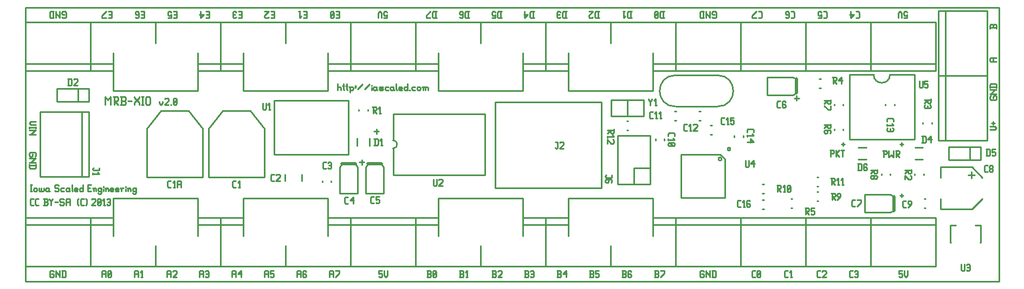
<source format=gbr>
G04 start of page 7 for group -4079 idx -4079 *
G04 Title: (unknown), topsilk *
G04 Creator: pcb 20110918 *
G04 CreationDate: Mon 26 Aug 2013 12:29:17 AM GMT UTC *
G04 For: ndholmes *
G04 Format: Gerber/RS-274X *
G04 PCB-Dimensions: 600000 170000 *
G04 PCB-Coordinate-Origin: lower left *
%MOIN*%
%FSLAX25Y25*%
%LNTOPSILK*%
%ADD96C,0.0200*%
%ADD95C,0.0100*%
G54D95*X599500Y500D02*Y169500D01*
X475000Y115000D02*Y112000D01*
X500Y169500D02*Y500D01*
X216500Y94500D02*Y91500D01*
X215000Y93000D02*X218000D01*
X207500Y75500D02*Y72500D01*
X206000Y74000D02*X209000D01*
X473500Y113500D02*X476500D01*
X599500Y500D02*X500D01*
Y169500D02*X599500D01*
X432500Y83000D02*Y81500D01*
X434000D01*
Y83000D01*
X432500D01*
X218000Y7000D02*X220000D01*
X218000D02*Y5000D01*
X218500Y5500D01*
X219500D01*
X220000Y5000D01*
Y3500D01*
X219500Y3000D02*X220000Y3500D01*
X218500Y3000D02*X219500D01*
X218000Y3500D02*X218500Y3000D01*
X221200Y7000D02*Y4000D01*
X222200Y3000D01*
X223200Y4000D01*
Y7000D02*Y4000D01*
X247500Y3000D02*X249500D01*
X250000Y3500D01*
Y4500D02*Y3500D01*
X249500Y5000D02*X250000Y4500D01*
X248000Y5000D02*X249500D01*
X248000Y7000D02*Y3000D01*
X247500Y7000D02*X249500D01*
X250000Y6500D01*
Y5500D01*
X249500Y5000D02*X250000Y5500D01*
X251200Y3500D02*X251700Y3000D01*
X251200Y6500D02*Y3500D01*
Y6500D02*X251700Y7000D01*
X252700D01*
X253200Y6500D01*
Y3500D01*
X252700Y3000D02*X253200Y3500D01*
X251700Y3000D02*X252700D01*
X251200Y4000D02*X253200Y6000D01*
X267500Y3000D02*X269500D01*
X270000Y3500D01*
Y4500D02*Y3500D01*
X269500Y5000D02*X270000Y4500D01*
X268000Y5000D02*X269500D01*
X268000Y7000D02*Y3000D01*
X267500Y7000D02*X269500D01*
X270000Y6500D01*
Y5500D01*
X269500Y5000D02*X270000Y5500D01*
X271700Y3000D02*X272700D01*
X272200Y7000D02*Y3000D01*
X271200Y6000D02*X272200Y7000D01*
X287500Y3000D02*X289500D01*
X290000Y3500D01*
Y4500D02*Y3500D01*
X289500Y5000D02*X290000Y4500D01*
X288000Y5000D02*X289500D01*
X288000Y7000D02*Y3000D01*
X287500Y7000D02*X289500D01*
X290000Y6500D01*
Y5500D01*
X289500Y5000D02*X290000Y5500D01*
X291200Y6500D02*X291700Y7000D01*
X293200D01*
X293700Y6500D01*
Y5500D01*
X291200Y3000D02*X293700Y5500D01*
X291200Y3000D02*X293700D01*
X307500D02*X309500D01*
X310000Y3500D01*
Y4500D02*Y3500D01*
X309500Y5000D02*X310000Y4500D01*
X308000Y5000D02*X309500D01*
X308000Y7000D02*Y3000D01*
X307500Y7000D02*X309500D01*
X310000Y6500D01*
Y5500D01*
X309500Y5000D02*X310000Y5500D01*
X311200Y6500D02*X311700Y7000D01*
X312700D01*
X313200Y6500D01*
Y3500D01*
X312700Y3000D02*X313200Y3500D01*
X311700Y3000D02*X312700D01*
X311200Y3500D02*X311700Y3000D01*
Y5000D02*X313200D01*
X367500Y3000D02*X369500D01*
X370000Y3500D01*
Y4500D02*Y3500D01*
X369500Y5000D02*X370000Y4500D01*
X368000Y5000D02*X369500D01*
X368000Y7000D02*Y3000D01*
X367500Y7000D02*X369500D01*
X370000Y6500D01*
Y5500D01*
X369500Y5000D02*X370000Y5500D01*
X372700Y7000D02*X373200Y6500D01*
X371700Y7000D02*X372700D01*
X371200Y6500D02*X371700Y7000D01*
X371200Y6500D02*Y3500D01*
X371700Y3000D01*
X372700Y5000D02*X373200Y4500D01*
X371200Y5000D02*X372700D01*
X371700Y3000D02*X372700D01*
X373200Y3500D01*
Y4500D02*Y3500D01*
X387500Y3000D02*X389500D01*
X390000Y3500D01*
Y4500D02*Y3500D01*
X389500Y5000D02*X390000Y4500D01*
X388000Y5000D02*X389500D01*
X388000Y7000D02*Y3000D01*
X387500Y7000D02*X389500D01*
X390000Y6500D01*
Y5500D01*
X389500Y5000D02*X390000Y5500D01*
X391200Y3000D02*X393700Y5500D01*
Y7000D02*Y5500D01*
X391200Y7000D02*X393700D01*
X327500Y3000D02*X329500D01*
X330000Y3500D01*
Y4500D02*Y3500D01*
X329500Y5000D02*X330000Y4500D01*
X328000Y5000D02*X329500D01*
X328000Y7000D02*Y3000D01*
X327500Y7000D02*X329500D01*
X330000Y6500D01*
Y5500D01*
X329500Y5000D02*X330000Y5500D01*
X331200Y5000D02*X333200Y7000D01*
X331200Y5000D02*X333700D01*
X333200Y7000D02*Y3000D01*
X347500D02*X349500D01*
X350000Y3500D01*
Y4500D02*Y3500D01*
X349500Y5000D02*X350000Y4500D01*
X348000Y5000D02*X349500D01*
X348000Y7000D02*Y3000D01*
X347500Y7000D02*X349500D01*
X350000Y6500D01*
Y5500D01*
X349500Y5000D02*X350000Y5500D01*
X351200Y7000D02*X353200D01*
X351200D02*Y5000D01*
X351700Y5500D01*
X352700D01*
X353200Y5000D01*
Y3500D01*
X352700Y3000D02*X353200Y3500D01*
X351700Y3000D02*X352700D01*
X351200Y3500D02*X351700Y3000D01*
X417500Y7000D02*X418000Y6500D01*
X416000Y7000D02*X417500D01*
X415500Y6500D02*X416000Y7000D01*
X415500Y6500D02*Y3500D01*
X416000Y3000D01*
X417500D01*
X418000Y3500D01*
Y4500D02*Y3500D01*
X417500Y5000D02*X418000Y4500D01*
X416500Y5000D02*X417500D01*
X419200Y7000D02*Y3000D01*
Y7000D02*Y6500D01*
X421700Y4000D01*
Y7000D02*Y3000D01*
X423400Y7000D02*Y3000D01*
X424900Y7000D02*X425400Y6500D01*
Y3500D01*
X424900Y3000D02*X425400Y3500D01*
X422900Y3000D02*X424900D01*
X422900Y7000D02*X424900D01*
X488000Y3000D02*X489500D01*
X487500Y3500D02*X488000Y3000D01*
X487500Y6500D02*Y3500D01*
Y6500D02*X488000Y7000D01*
X489500D01*
X490700Y6500D02*X491200Y7000D01*
X492700D01*
X493200Y6500D01*
Y5500D01*
X490700Y3000D02*X493200Y5500D01*
X490700Y3000D02*X493200D01*
X508000D02*X509500D01*
X507500Y3500D02*X508000Y3000D01*
X507500Y6500D02*Y3500D01*
Y6500D02*X508000Y7000D01*
X509500D01*
X510700Y6500D02*X511200Y7000D01*
X512200D01*
X512700Y6500D01*
Y3500D01*
X512200Y3000D02*X512700Y3500D01*
X511200Y3000D02*X512200D01*
X510700Y3500D02*X511200Y3000D01*
Y5000D02*X512700D01*
X538000Y7000D02*X540000D01*
X538000D02*Y5000D01*
X538500Y5500D01*
X539500D01*
X540000Y5000D01*
Y3500D01*
X539500Y3000D02*X540000Y3500D01*
X538500Y3000D02*X539500D01*
X538000Y3500D02*X538500Y3000D01*
X541200Y7000D02*Y4000D01*
X542200Y3000D01*
X543200Y4000D01*
Y7000D02*Y4000D01*
X448000Y3000D02*X449500D01*
X447500Y3500D02*X448000Y3000D01*
X447500Y6500D02*Y3500D01*
Y6500D02*X448000Y7000D01*
X449500D01*
X450700Y3500D02*X451200Y3000D01*
X450700Y6500D02*Y3500D01*
Y6500D02*X451200Y7000D01*
X452200D01*
X452700Y6500D01*
Y3500D01*
X452200Y3000D02*X452700Y3500D01*
X451200Y3000D02*X452200D01*
X450700Y4000D02*X452700Y6000D01*
X468000Y3000D02*X469500D01*
X467500Y3500D02*X468000Y3000D01*
X467500Y6500D02*Y3500D01*
Y6500D02*X468000Y7000D01*
X469500D01*
X471200Y3000D02*X472200D01*
X471700Y7000D02*Y3000D01*
X470700Y6000D02*X471700Y7000D01*
X107500Y6500D02*Y3000D01*
Y6500D02*X108000Y7000D01*
X109500D01*
X110000Y6500D01*
Y3000D01*
X107500Y5000D02*X110000D01*
X111200Y6500D02*X111700Y7000D01*
X112700D01*
X113200Y6500D01*
Y3500D01*
X112700Y3000D02*X113200Y3500D01*
X111700Y3000D02*X112700D01*
X111200Y3500D02*X111700Y3000D01*
Y5000D02*X113200D01*
X167500Y6500D02*Y3000D01*
Y6500D02*X168000Y7000D01*
X169500D01*
X170000Y6500D01*
Y3000D01*
X167500Y5000D02*X170000D01*
X172700Y7000D02*X173200Y6500D01*
X171700Y7000D02*X172700D01*
X171200Y6500D02*X171700Y7000D01*
X171200Y6500D02*Y3500D01*
X171700Y3000D01*
X172700Y5000D02*X173200Y4500D01*
X171200Y5000D02*X172700D01*
X171700Y3000D02*X172700D01*
X173200Y3500D01*
Y4500D02*Y3500D01*
X187500Y6500D02*Y3000D01*
Y6500D02*X188000Y7000D01*
X189500D01*
X190000Y6500D01*
Y3000D01*
X187500Y5000D02*X190000D01*
X191200Y3000D02*X193700Y5500D01*
Y7000D02*Y5500D01*
X191200Y7000D02*X193700D01*
X127500Y6500D02*Y3000D01*
Y6500D02*X128000Y7000D01*
X129500D01*
X130000Y6500D01*
Y3000D01*
X127500Y5000D02*X130000D01*
X131200D02*X133200Y7000D01*
X131200Y5000D02*X133700D01*
X133200Y7000D02*Y3000D01*
X147500Y6500D02*Y3000D01*
Y6500D02*X148000Y7000D01*
X149500D01*
X150000Y6500D01*
Y3000D01*
X147500Y5000D02*X150000D01*
X151200Y7000D02*X153200D01*
X151200D02*Y5000D01*
X151700Y5500D01*
X152700D01*
X153200Y5000D01*
Y3500D01*
X152700Y3000D02*X153200Y3500D01*
X151700Y3000D02*X152700D01*
X151200Y3500D02*X151700Y3000D01*
X87500Y6500D02*Y3000D01*
Y6500D02*X88000Y7000D01*
X89500D01*
X90000Y6500D01*
Y3000D01*
X87500Y5000D02*X90000D01*
X91200Y6500D02*X91700Y7000D01*
X93200D01*
X93700Y6500D01*
Y5500D01*
X91200Y3000D02*X93700Y5500D01*
X91200Y3000D02*X93700D01*
X47500Y6500D02*Y3000D01*
Y6500D02*X48000Y7000D01*
X49500D01*
X50000Y6500D01*
Y3000D01*
X47500Y5000D02*X50000D01*
X51200Y3500D02*X51700Y3000D01*
X51200Y6500D02*Y3500D01*
Y6500D02*X51700Y7000D01*
X52700D01*
X53200Y6500D01*
Y3500D01*
X52700Y3000D02*X53200Y3500D01*
X51700Y3000D02*X52700D01*
X51200Y4000D02*X53200Y6000D01*
X67500Y6500D02*Y3000D01*
Y6500D02*X68000Y7000D01*
X69500D01*
X70000Y6500D01*
Y3000D01*
X67500Y5000D02*X70000D01*
X71700Y3000D02*X72700D01*
X72200Y7000D02*Y3000D01*
X71200Y6000D02*X72200Y7000D01*
X17500D02*X18000Y6500D01*
X16000Y7000D02*X17500D01*
X15500Y6500D02*X16000Y7000D01*
X15500Y6500D02*Y3500D01*
X16000Y3000D01*
X17500D01*
X18000Y3500D01*
Y4500D02*Y3500D01*
X17500Y5000D02*X18000Y4500D01*
X16500Y5000D02*X17500D01*
X19200Y7000D02*Y3000D01*
Y7000D02*Y6500D01*
X21700Y4000D01*
Y7000D02*Y3000D01*
X23400Y7000D02*Y3000D01*
X24900Y7000D02*X25400Y6500D01*
Y3500D01*
X24900Y3000D02*X25400Y3500D01*
X22900Y3000D02*X24900D01*
X22900Y7000D02*X24900D01*
X353000Y167000D02*Y163000D01*
X351500D02*X351000Y163500D01*
Y166500D02*Y163500D01*
X351500Y167000D02*X351000Y166500D01*
X351500Y167000D02*X353500D01*
X351500Y163000D02*X353500D01*
X349800Y163500D02*X349300Y163000D01*
X347800D02*X349300D01*
X347800D02*X347300Y163500D01*
Y164500D02*Y163500D01*
X349800Y167000D02*X347300Y164500D01*
Y167000D02*X349800D01*
X393000D02*Y163000D01*
X391500D02*X391000Y163500D01*
Y166500D02*Y163500D01*
X391500Y167000D02*X391000Y166500D01*
X391500Y167000D02*X393500D01*
X391500Y163000D02*X393500D01*
X389800Y166500D02*X389300Y167000D01*
X389800Y166500D02*Y163500D01*
X389300Y163000D01*
X388300D02*X389300D01*
X388300D02*X387800Y163500D01*
Y166500D02*Y163500D01*
X388300Y167000D02*X387800Y166500D01*
X388300Y167000D02*X389300D01*
X389800Y166000D02*X387800Y164000D01*
X373000Y167000D02*Y163000D01*
X371500D02*X371000Y163500D01*
Y166500D02*Y163500D01*
X371500Y167000D02*X371000Y166500D01*
X371500Y167000D02*X373500D01*
X371500Y163000D02*X373500D01*
X368300Y167000D02*X369300D01*
X368800D02*Y163000D01*
X369800Y164000D02*X368800Y163000D01*
X333000Y167000D02*Y163000D01*
X331500D02*X331000Y163500D01*
Y166500D02*Y163500D01*
X331500Y167000D02*X331000Y166500D01*
X331500Y167000D02*X333500D01*
X331500Y163000D02*X333500D01*
X329800Y163500D02*X329300Y163000D01*
X328300D02*X329300D01*
X328300D02*X327800Y163500D01*
Y166500D02*Y163500D01*
X328300Y167000D02*X327800Y166500D01*
X328300Y167000D02*X329300D01*
X329800Y166500D02*X329300Y167000D01*
X327800Y165000D02*X329300D01*
X273000Y167000D02*Y163000D01*
X271500D02*X271000Y163500D01*
Y166500D02*Y163500D01*
X271500Y167000D02*X271000Y166500D01*
X271500Y167000D02*X273500D01*
X271500Y163000D02*X273500D01*
X268300D02*X267800Y163500D01*
X268300Y163000D02*X269300D01*
X269800Y163500D02*X269300Y163000D01*
X269800Y166500D02*Y163500D01*
Y166500D02*X269300Y167000D01*
X268300Y165000D02*X267800Y165500D01*
X268300Y165000D02*X269800D01*
X268300Y167000D02*X269300D01*
X268300D02*X267800Y166500D01*
Y165500D01*
X253000Y167000D02*Y163000D01*
X251500D02*X251000Y163500D01*
Y166500D02*Y163500D01*
X251500Y167000D02*X251000Y166500D01*
X251500Y167000D02*X253500D01*
X251500Y163000D02*X253500D01*
X249800Y167000D02*X247300Y164500D01*
Y163000D01*
X249800D01*
X313000Y167000D02*Y163000D01*
X311500D02*X311000Y163500D01*
Y166500D02*Y163500D01*
X311500Y167000D02*X311000Y166500D01*
X311500Y167000D02*X313500D01*
X311500Y163000D02*X313500D01*
X309800Y165000D02*X307800Y163000D01*
X307300Y165000D02*X309800D01*
X307800Y167000D02*Y163000D01*
X293000Y167000D02*Y163000D01*
X291500D02*X291000Y163500D01*
Y166500D02*Y163500D01*
X291500Y167000D02*X291000Y166500D01*
X291500Y167000D02*X293500D01*
X291500Y163000D02*X293500D01*
X287800D02*X289800D01*
Y165000D02*Y163000D01*
Y165000D02*X289300Y164500D01*
X288300D02*X289300D01*
X288300D02*X287800Y165000D01*
Y166500D02*Y165000D01*
X288300Y167000D02*X287800Y166500D01*
X288300Y167000D02*X289300D01*
X289800Y166500D02*X289300Y167000D01*
X152000Y165000D02*X153500D01*
X151500Y167000D02*X153500D01*
Y163000D01*
X151500D02*X153500D01*
X150300Y163500D02*X149800Y163000D01*
X148300D02*X149800D01*
X148300D02*X147800Y163500D01*
Y164500D02*Y163500D01*
X150300Y167000D02*X147800Y164500D01*
Y167000D02*X150300D01*
X192000Y165000D02*X193500D01*
X191500Y167000D02*X193500D01*
Y163000D01*
X191500D02*X193500D01*
X190300Y166500D02*X189800Y167000D01*
X190300Y166500D02*Y163500D01*
X189800Y163000D01*
X188800D02*X189800D01*
X188800D02*X188300Y163500D01*
Y166500D02*Y163500D01*
X188800Y167000D02*X188300Y166500D01*
X188800Y167000D02*X189800D01*
X190300Y166000D02*X188300Y164000D01*
X172000Y165000D02*X173500D01*
X171500Y167000D02*X173500D01*
Y163000D01*
X171500D02*X173500D01*
X168800Y167000D02*X169800D01*
X169300D02*Y163000D01*
X170300Y164000D02*X169300Y163000D01*
X221000D02*X223000D01*
Y165000D02*Y163000D01*
Y165000D02*X222500Y164500D01*
X221500D02*X222500D01*
X221500D02*X221000Y165000D01*
Y166500D02*Y165000D01*
X221500Y167000D02*X221000Y166500D01*
X221500Y167000D02*X222500D01*
X223000Y166500D02*X222500Y167000D01*
X219800Y166000D02*Y163000D01*
Y166000D02*X218800Y167000D01*
X217800Y166000D01*
Y163000D01*
X192500Y122500D02*Y118500D01*
Y120000D02*X193000Y120500D01*
X194000D01*
X194500Y120000D01*
Y118500D01*
X196200Y122500D02*Y119000D01*
X196700Y118500D01*
X195700Y121000D02*X196700D01*
X198200Y122500D02*Y119000D01*
X198700Y118500D01*
X197700Y121000D02*X198700D01*
X200200Y120000D02*Y117000D01*
X199700Y120500D02*X200200Y120000D01*
X200700Y120500D01*
X201700D01*
X202200Y120000D01*
Y119000D01*
X201700Y118500D02*X202200Y119000D01*
X200700Y118500D02*X201700D01*
X200200Y119000D02*X200700Y118500D01*
X203400Y121000D02*X203900D01*
X203400Y120000D02*X203900D01*
X205100Y119000D02*X208100Y122000D01*
X209300Y119000D02*X212300Y122000D01*
X213500Y121500D02*Y121000D01*
Y120000D02*Y118500D01*
X216000Y120500D02*X216500Y120000D01*
X215000Y120500D02*X216000D01*
X214500Y120000D02*X215000Y120500D01*
X214500Y120000D02*Y119000D01*
X215000Y118500D01*
X216500Y120500D02*Y119000D01*
X217000Y118500D01*
X215000D02*X216000D01*
X216500Y119000D01*
X218700Y118500D02*X220200D01*
X220700Y119000D01*
X220200Y119500D02*X220700Y119000D01*
X218700Y119500D02*X220200D01*
X218200Y120000D02*X218700Y119500D01*
X218200Y120000D02*X218700Y120500D01*
X220200D01*
X220700Y120000D01*
X218200Y119000D02*X218700Y118500D01*
X222400Y120500D02*X223900D01*
X221900Y120000D02*X222400Y120500D01*
X221900Y120000D02*Y119000D01*
X222400Y118500D01*
X223900D01*
X226600Y120500D02*X227100Y120000D01*
X225600Y120500D02*X226600D01*
X225100Y120000D02*X225600Y120500D01*
X225100Y120000D02*Y119000D01*
X225600Y118500D01*
X227100Y120500D02*Y119000D01*
X227600Y118500D01*
X225600D02*X226600D01*
X227100Y119000D01*
X228800Y122500D02*Y119000D01*
X229300Y118500D01*
X230800D02*X232300D01*
X230300Y119000D02*X230800Y118500D01*
X230300Y120000D02*Y119000D01*
Y120000D02*X230800Y120500D01*
X231800D01*
X232300Y120000D01*
X230300Y119500D02*X232300D01*
Y120000D02*Y119500D01*
X235500Y122500D02*Y118500D01*
X235000D02*X235500Y119000D01*
X234000Y118500D02*X235000D01*
X233500Y119000D02*X234000Y118500D01*
X233500Y120000D02*Y119000D01*
Y120000D02*X234000Y120500D01*
X235000D01*
X235500Y120000D01*
X236700Y118500D02*X237200D01*
X238900Y120500D02*X240400D01*
X238400Y120000D02*X238900Y120500D01*
X238400Y120000D02*Y119000D01*
X238900Y118500D01*
X240400D01*
X241600Y120000D02*Y119000D01*
Y120000D02*X242100Y120500D01*
X243100D01*
X243600Y120000D01*
Y119000D01*
X243100Y118500D02*X243600Y119000D01*
X242100Y118500D02*X243100D01*
X241600Y119000D02*X242100Y118500D01*
X245300Y120000D02*Y118500D01*
Y120000D02*X245800Y120500D01*
X246300D01*
X246800Y120000D01*
Y118500D01*
Y120000D02*X247300Y120500D01*
X247800D01*
X248300Y120000D01*
Y118500D01*
X244800Y120500D02*X245300Y120000D01*
X132000Y165000D02*X133500D01*
X131500Y167000D02*X133500D01*
Y163000D01*
X131500D02*X133500D01*
X130300Y163500D02*X129800Y163000D01*
X128800D02*X129800D01*
X128800D02*X128300Y163500D01*
Y166500D02*Y163500D01*
X128800Y167000D02*X128300Y166500D01*
X128800Y167000D02*X129800D01*
X130300Y166500D02*X129800Y167000D01*
X128300Y165000D02*X129800D01*
X112000D02*X113500D01*
X111500Y167000D02*X113500D01*
Y163000D01*
X111500D02*X113500D01*
X110300Y165000D02*X108300Y163000D01*
X107800Y165000D02*X110300D01*
X108300Y167000D02*Y163000D01*
X92000Y165000D02*X93500D01*
X91500Y167000D02*X93500D01*
Y163000D01*
X91500D02*X93500D01*
X88300D02*X90300D01*
Y165000D02*Y163000D01*
Y165000D02*X89800Y164500D01*
X88800D02*X89800D01*
X88800D02*X88300Y165000D01*
Y166500D02*Y165000D01*
X88800Y167000D02*X88300Y166500D01*
X88800Y167000D02*X89800D01*
X90300Y166500D02*X89800Y167000D01*
X72000Y165000D02*X73500D01*
X71500Y167000D02*X73500D01*
Y163000D01*
X71500D02*X73500D01*
X68800D02*X68300Y163500D01*
X68800Y163000D02*X69800D01*
X70300Y163500D02*X69800Y163000D01*
X70300Y166500D02*Y163500D01*
Y166500D02*X69800Y167000D01*
X68800Y165000D02*X68300Y165500D01*
X68800Y165000D02*X70300D01*
X68800Y167000D02*X69800D01*
X68800D02*X68300Y166500D01*
Y165500D01*
X52000Y165000D02*X53500D01*
X51500Y167000D02*X53500D01*
Y163000D01*
X51500D02*X53500D01*
X50300Y167000D02*X47800Y164500D01*
Y163000D01*
X50300D01*
X23500D02*X23000Y163500D01*
X23500Y163000D02*X25000D01*
X25500Y163500D02*X25000Y163000D01*
X25500Y166500D02*Y163500D01*
Y166500D02*X25000Y167000D01*
X23500D02*X25000D01*
X23500D02*X23000Y166500D01*
Y165500D01*
X23500Y165000D02*X23000Y165500D01*
X23500Y165000D02*X24500D01*
X21800Y167000D02*Y163000D01*
Y163500D02*Y163000D01*
Y163500D02*X19300Y166000D01*
Y167000D02*Y163000D01*
X17600Y167000D02*Y163000D01*
X16100D02*X15600Y163500D01*
Y166500D02*Y163500D01*
X16100Y167000D02*X15600Y166500D01*
X16100Y167000D02*X18100D01*
X16100Y163000D02*X18100D01*
X49500Y114280D02*Y109400D01*
Y114280D02*X51330Y112450D01*
X53160Y114280D01*
Y109400D01*
X54624Y114280D02*X57064D01*
X57674Y113670D01*
Y112450D01*
X57064Y111840D02*X57674Y112450D01*
X55234Y111840D02*X57064D01*
X55234Y114280D02*Y109400D01*
Y111840D02*X57674Y109400D01*
X59138D02*X61578D01*
X62188Y110010D01*
Y111230D02*Y110010D01*
X61578Y111840D02*X62188Y111230D01*
X59748Y111840D02*X61578D01*
X59748Y114280D02*Y109400D01*
X59138Y114280D02*X61578D01*
X62188Y113670D01*
Y112450D01*
X61578Y111840D02*X62188Y112450D01*
X63652Y111840D02*X66092D01*
X67556Y114280D02*Y113670D01*
X70606Y110620D01*
Y109400D01*
X67556Y110620D02*Y109400D01*
Y110620D02*X70606Y113670D01*
Y114280D02*Y113670D01*
X72070Y114280D02*X73290D01*
X72680D02*Y109400D01*
X72070D02*X73290D01*
X74754Y113670D02*Y110010D01*
Y113670D02*X75364Y114280D01*
X76584D01*
X77194Y113670D01*
Y110010D01*
X76584Y109400D02*X77194Y110010D01*
X75364Y109400D02*X76584D01*
X74754Y110010D02*X75364Y109400D01*
X83000Y111500D02*Y110500D01*
X84000Y109500D01*
X85000Y110500D01*
Y111500D02*Y110500D01*
X86200Y113000D02*X86700Y113500D01*
X88200D01*
X88700Y113000D01*
Y112000D01*
X86200Y109500D02*X88700Y112000D01*
X86200Y109500D02*X88700D01*
X89900D02*X90400D01*
X91600Y110000D02*X92100Y109500D01*
X91600Y113000D02*Y110000D01*
Y113000D02*X92100Y113500D01*
X93100D01*
X93600Y113000D01*
Y110000D01*
X93100Y109500D02*X93600Y110000D01*
X92100Y109500D02*X93100D01*
X91600Y110500D02*X93600Y112500D01*
X7000Y78000D02*X6500Y77500D01*
X7000Y79500D02*Y78000D01*
X6500Y80000D02*X7000Y79500D01*
X3500Y80000D02*X6500D01*
X3500D02*X3000Y79500D01*
Y78000D01*
X3500Y77500D01*
X4500D01*
X5000Y78000D02*X4500Y77500D01*
X5000Y79000D02*Y78000D01*
X3000Y76300D02*X7000D01*
X6500D02*X7000D01*
X6500D02*X4000Y73800D01*
X3000D02*X7000D01*
X3000Y72100D02*X7000D01*
Y70600D02*X6500Y70100D01*
X3500D02*X6500D01*
X3000Y70600D02*X3500Y70100D01*
X3000Y72600D02*Y70600D01*
X7000Y72600D02*Y70600D01*
X4000Y99000D02*X7000D01*
X4000D02*X3000Y98000D01*
X4000Y97000D01*
X7000D01*
Y95800D02*Y94800D01*
X3000Y95300D02*X7000D01*
X3000Y95800D02*Y94800D01*
Y93600D02*X7000D01*
X6500D02*X7000D01*
X6500D02*X4000Y91100D01*
X3000D02*X7000D01*
X3500Y60000D02*X4500D01*
X4000D02*Y56000D01*
X3500D02*X4500D01*
X5700Y57500D02*Y56500D01*
Y57500D02*X6200Y58000D01*
X7200D01*
X7700Y57500D01*
Y56500D01*
X7200Y56000D02*X7700Y56500D01*
X6200Y56000D02*X7200D01*
X5700Y56500D02*X6200Y56000D01*
X8900Y58000D02*Y56500D01*
X9400Y56000D01*
X9900D01*
X10400Y56500D01*
Y58000D02*Y56500D01*
X10900Y56000D01*
X11400D01*
X11900Y56500D01*
Y58000D02*Y56500D01*
X14600Y58000D02*X15100Y57500D01*
X13600Y58000D02*X14600D01*
X13100Y57500D02*X13600Y58000D01*
X13100Y57500D02*Y56500D01*
X13600Y56000D01*
X15100Y58000D02*Y56500D01*
X15600Y56000D01*
X13600D02*X14600D01*
X15100Y56500D01*
X20600Y60000D02*X21100Y59500D01*
X19100Y60000D02*X20600D01*
X18600Y59500D02*X19100Y60000D01*
X18600Y59500D02*Y58500D01*
X19100Y58000D01*
X20600D01*
X21100Y57500D01*
Y56500D01*
X20600Y56000D02*X21100Y56500D01*
X19100Y56000D02*X20600D01*
X18600Y56500D02*X19100Y56000D01*
X22800Y58000D02*X24300D01*
X22300Y57500D02*X22800Y58000D01*
X22300Y57500D02*Y56500D01*
X22800Y56000D01*
X24300D01*
X27000Y58000D02*X27500Y57500D01*
X26000Y58000D02*X27000D01*
X25500Y57500D02*X26000Y58000D01*
X25500Y57500D02*Y56500D01*
X26000Y56000D01*
X27500Y58000D02*Y56500D01*
X28000Y56000D01*
X26000D02*X27000D01*
X27500Y56500D01*
X29200Y60000D02*Y56500D01*
X29700Y56000D01*
X31200D02*X32700D01*
X30700Y56500D02*X31200Y56000D01*
X30700Y57500D02*Y56500D01*
Y57500D02*X31200Y58000D01*
X32200D01*
X32700Y57500D01*
X30700Y57000D02*X32700D01*
Y57500D02*Y57000D01*
X35900Y60000D02*Y56000D01*
X35400D02*X35900Y56500D01*
X34400Y56000D02*X35400D01*
X33900Y56500D02*X34400Y56000D01*
X33900Y57500D02*Y56500D01*
Y57500D02*X34400Y58000D01*
X35400D01*
X35900Y57500D01*
X38900Y58000D02*X40400D01*
X38900Y56000D02*X40900D01*
X38900Y60000D02*Y56000D01*
Y60000D02*X40900D01*
X42600Y57500D02*Y56000D01*
Y57500D02*X43100Y58000D01*
X43600D01*
X44100Y57500D01*
Y56000D01*
X42100Y58000D02*X42600Y57500D01*
X46800Y58000D02*X47300Y57500D01*
X45800Y58000D02*X46800D01*
X45300Y57500D02*X45800Y58000D01*
X45300Y57500D02*Y56500D01*
X45800Y56000D01*
X46800D01*
X47300Y56500D01*
X45300Y55000D02*X45800Y54500D01*
X46800D01*
X47300Y55000D01*
Y58000D02*Y55000D01*
X48500Y59000D02*Y58500D01*
Y57500D02*Y56000D01*
X50000Y57500D02*Y56000D01*
Y57500D02*X50500Y58000D01*
X51000D01*
X51500Y57500D01*
Y56000D01*
X49500Y58000D02*X50000Y57500D01*
X53200Y56000D02*X54700D01*
X52700Y56500D02*X53200Y56000D01*
X52700Y57500D02*Y56500D01*
Y57500D02*X53200Y58000D01*
X54200D01*
X54700Y57500D01*
X52700Y57000D02*X54700D01*
Y57500D02*Y57000D01*
X56400Y56000D02*X57900D01*
X55900Y56500D02*X56400Y56000D01*
X55900Y57500D02*Y56500D01*
Y57500D02*X56400Y58000D01*
X57400D01*
X57900Y57500D01*
X55900Y57000D02*X57900D01*
Y57500D02*Y57000D01*
X59600Y57500D02*Y56000D01*
Y57500D02*X60100Y58000D01*
X61100D01*
X59100D02*X59600Y57500D01*
X62300Y59000D02*Y58500D01*
Y57500D02*Y56000D01*
X63800Y57500D02*Y56000D01*
Y57500D02*X64300Y58000D01*
X64800D01*
X65300Y57500D01*
Y56000D01*
X63300Y58000D02*X63800Y57500D01*
X68000Y58000D02*X68500Y57500D01*
X67000Y58000D02*X68000D01*
X66500Y57500D02*X67000Y58000D01*
X66500Y57500D02*Y56500D01*
X67000Y56000D01*
X68000D01*
X68500Y56500D01*
X66500Y55000D02*X67000Y54500D01*
X68000D01*
X68500Y55000D01*
Y58000D02*Y55000D01*
X4000Y47500D02*X5500D01*
X3500Y48000D02*X4000Y47500D01*
X3500Y51000D02*Y48000D01*
Y51000D02*X4000Y51500D01*
X5500D01*
X7200Y47500D02*X8700D01*
X6700Y48000D02*X7200Y47500D01*
X6700Y51000D02*Y48000D01*
Y51000D02*X7200Y51500D01*
X8700D01*
X11700Y47500D02*X13700D01*
X14200Y48000D01*
Y49000D02*Y48000D01*
X13700Y49500D02*X14200Y49000D01*
X12200Y49500D02*X13700D01*
X12200Y51500D02*Y47500D01*
X11700Y51500D02*X13700D01*
X14200Y51000D01*
Y50000D01*
X13700Y49500D02*X14200Y50000D01*
X15400Y51500D02*Y51000D01*
X16400Y50000D01*
X17400Y51000D01*
Y51500D02*Y51000D01*
X16400Y50000D02*Y47500D01*
X18600Y49500D02*X20600D01*
X23800Y51500D02*X24300Y51000D01*
X22300Y51500D02*X23800D01*
X21800Y51000D02*X22300Y51500D01*
X21800Y51000D02*Y50000D01*
X22300Y49500D01*
X23800D01*
X24300Y49000D01*
Y48000D01*
X23800Y47500D02*X24300Y48000D01*
X22300Y47500D02*X23800D01*
X21800Y48000D02*X22300Y47500D01*
X25500Y51000D02*Y47500D01*
Y51000D02*X26000Y51500D01*
X27500D01*
X28000Y51000D01*
Y47500D01*
X25500Y49500D02*X28000D01*
X32800Y48000D02*X33300Y47500D01*
X32800Y51000D02*X33300Y51500D01*
X32800Y51000D02*Y48000D01*
X35000Y47500D02*X36500D01*
X34500Y48000D02*X35000Y47500D01*
X34500Y51000D02*Y48000D01*
Y51000D02*X35000Y51500D01*
X36500D01*
X37700D02*X38200Y51000D01*
Y48000D01*
X37700Y47500D02*X38200Y48000D01*
X41200Y51000D02*X41700Y51500D01*
X43200D01*
X43700Y51000D01*
Y50000D01*
X41200Y47500D02*X43700Y50000D01*
X41200Y47500D02*X43700D01*
X44900Y48000D02*X45400Y47500D01*
X44900Y51000D02*Y48000D01*
Y51000D02*X45400Y51500D01*
X46400D01*
X46900Y51000D01*
Y48000D01*
X46400Y47500D02*X46900Y48000D01*
X45400Y47500D02*X46400D01*
X44900Y48500D02*X46900Y50500D01*
X48600Y47500D02*X49600D01*
X49100Y51500D02*Y47500D01*
X48100Y50500D02*X49100Y51500D01*
X50800Y51000D02*X51300Y51500D01*
X52300D01*
X52800Y51000D01*
Y48000D01*
X52300Y47500D02*X52800Y48000D01*
X51300Y47500D02*X52300D01*
X50800Y48000D02*X51300Y47500D01*
Y49500D02*X52800D01*
X423500Y163000D02*X423000Y163500D01*
X423500Y163000D02*X425000D01*
X425500Y163500D02*X425000Y163000D01*
X425500Y166500D02*Y163500D01*
Y166500D02*X425000Y167000D01*
X423500D02*X425000D01*
X423500D02*X423000Y166500D01*
Y165500D01*
X423500Y165000D02*X423000Y165500D01*
X423500Y165000D02*X424500D01*
X421800Y167000D02*Y163000D01*
Y163500D02*Y163000D01*
Y163500D02*X419300Y166000D01*
Y167000D02*Y163000D01*
X417600Y167000D02*Y163000D01*
X416100D02*X415600Y163500D01*
Y166500D02*Y163500D01*
X416100Y167000D02*X415600Y166500D01*
X416100Y167000D02*X418100D01*
X416100Y163000D02*X418100D01*
X471500Y167000D02*X473000D01*
X473500Y166500D02*X473000Y167000D01*
X473500Y166500D02*Y163500D01*
X473000Y163000D01*
X471500D02*X473000D01*
X468800D02*X468300Y163500D01*
X468800Y163000D02*X469800D01*
X470300Y163500D02*X469800Y163000D01*
X470300Y166500D02*Y163500D01*
Y166500D02*X469800Y167000D01*
X468800Y165000D02*X468300Y165500D01*
X468800Y165000D02*X470300D01*
X468800Y167000D02*X469800D01*
X468800D02*X468300Y166500D01*
Y165500D01*
X451500Y167000D02*X453000D01*
X453500Y166500D02*X453000Y167000D01*
X453500Y166500D02*Y163500D01*
X453000Y163000D01*
X451500D02*X453000D01*
X450300Y167000D02*X447800Y164500D01*
Y163000D01*
X450300D01*
X511500Y167000D02*X513000D01*
X513500Y166500D02*X513000Y167000D01*
X513500Y166500D02*Y163500D01*
X513000Y163000D01*
X511500D02*X513000D01*
X510300Y165000D02*X508300Y163000D01*
X507800Y165000D02*X510300D01*
X508300Y167000D02*Y163000D01*
X491500Y167000D02*X493000D01*
X493500Y166500D02*X493000Y167000D01*
X493500Y166500D02*Y163500D01*
X493000Y163000D01*
X491500D02*X493000D01*
X488300D02*X490300D01*
Y165000D02*Y163000D01*
Y165000D02*X489800Y164500D01*
X488800D02*X489800D01*
X488800D02*X488300Y165000D01*
Y166500D02*Y165000D01*
X488800Y167000D02*X488300Y166500D01*
X488800Y167000D02*X489800D01*
X490300Y166500D02*X489800Y167000D01*
X541000Y163000D02*X543000D01*
Y165000D02*Y163000D01*
Y165000D02*X542500Y164500D01*
X541500D02*X542500D01*
X541500D02*X541000Y165000D01*
Y166500D02*Y165000D01*
X541500Y167000D02*X541000Y166500D01*
X541500Y167000D02*X542500D01*
X543000Y166500D02*X542500Y167000D01*
X539800Y166000D02*Y163000D01*
Y166000D02*X538800Y167000D01*
X537800Y166000D01*
Y163000D01*
X594000Y94000D02*X597000D01*
X598000Y95000D01*
X597000Y96000D01*
X594000D02*X597000D01*
X596000Y99200D02*Y97200D01*
X595000Y98200D02*X597000D01*
X594000Y114500D02*X594500Y115000D01*
X594000Y114500D02*Y113000D01*
X594500Y112500D02*X594000Y113000D01*
X594500Y112500D02*X597500D01*
X598000Y113000D01*
Y114500D02*Y113000D01*
Y114500D02*X597500Y115000D01*
X596500D02*X597500D01*
X596000Y114500D02*X596500Y115000D01*
X596000Y114500D02*Y113500D01*
X594000Y116200D02*X598000D01*
X594000D02*X594500D01*
X597000Y118700D01*
X594000D02*X598000D01*
X594000Y120400D02*X598000D01*
X594000Y121900D02*X594500Y122400D01*
X597500D01*
X598000Y121900D02*X597500Y122400D01*
X598000Y121900D02*Y119900D01*
X594000Y121900D02*Y119900D01*
X594500Y136000D02*X598000D01*
X594500D02*X594000Y136500D01*
Y138000D02*Y136500D01*
Y138000D02*X594500Y138500D01*
X598000D01*
X596000D02*Y136000D01*
X598000Y158500D02*Y156500D01*
Y158500D02*X597500Y159000D01*
X596500D02*X597500D01*
X596000Y158500D02*X596500Y159000D01*
X596000Y158500D02*Y157000D01*
X594000D02*X598000D01*
X594000Y158500D02*Y156500D01*
Y158500D02*X594500Y159000D01*
X595500D01*
X596000Y158500D02*X595500Y159000D01*
X538500Y85000D02*X540500D01*
X539500Y86000D02*Y84000D01*
X538500Y53500D02*X540500D01*
X539500Y54500D02*Y52500D01*
X528500Y81000D02*Y77000D01*
X528000Y81000D02*X530000D01*
X530500Y80500D01*
Y79500D01*
X530000Y79000D02*X530500Y79500D01*
X528500Y79000D02*X530000D01*
X531700Y81000D02*Y77000D01*
X533200Y78500D01*
X534700Y77000D01*
Y81000D02*Y77000D01*
X535900Y81000D02*X537900D01*
X538400Y80500D01*
Y79500D01*
X537900Y79000D02*X538400Y79500D01*
X536400Y79000D02*X537900D01*
X536400Y81000D02*Y77000D01*
Y79000D02*X538400Y77000D01*
X502500Y85000D02*X504500D01*
X503500Y86000D02*Y84000D01*
X496000Y81500D02*Y77500D01*
X495500Y81500D02*X497500D01*
X498000Y81000D01*
Y80000D01*
X497500Y79500D02*X498000Y80000D01*
X496000Y79500D02*X497500D01*
X499200Y81500D02*Y77500D01*
Y79500D02*X501200Y81500D01*
X499200Y79500D02*X501200Y77500D01*
X502400Y81500D02*X504400D01*
X503400D02*Y77500D01*
X280500Y9700D02*X320500D01*
X306500Y39700D02*X320500D01*
X306500Y35300D02*X320500D01*
X280500Y22500D02*Y9700D01*
X320500Y39700D02*Y9700D01*
X360500D01*
X320500Y39700D02*X334500D01*
X320500Y35300D02*X334500D01*
X320500Y39700D02*Y9700D01*
X360500Y22500D02*Y9700D01*
X240500D02*X280500D01*
X240500Y39700D02*X254500D01*
X240500Y35300D02*X254500D01*
X240500Y39700D02*Y9700D01*
X280500Y22500D02*Y9700D01*
X254500Y51800D02*X306500D01*
X254500D02*Y28500D01*
X306500Y51800D02*Y28500D01*
X360500Y9700D02*X400500D01*
X386500Y39700D02*X400500D01*
X386500Y35300D02*X400500D01*
X360500Y22500D02*Y9700D01*
X400500Y39700D02*Y9700D01*
X334500Y51800D02*X386500D01*
X334500D02*Y28500D01*
X386500Y51800D02*Y28500D01*
X226835Y103913D02*Y87500D01*
Y82500D02*Y66087D01*
Y103913D02*X283165D01*
Y66087D01*
X226835D02*X283165D01*
X226835Y82500D02*G75*G03X226835Y87500I0J2500D01*G01*
X400150Y99745D02*X400936D01*
X400150Y105255D02*X400936D01*
X388245Y88350D02*Y87564D01*
X393755Y88350D02*Y87564D01*
X371000Y102500D02*X381000D01*
X371000Y112500D02*Y102500D01*
X381000Y112500D02*Y102500D01*
X361000D02*X381000D01*
X361000Y112500D02*Y102500D01*
Y112500D02*X381000D01*
X370607Y99255D02*X371393D01*
X370607Y93745D02*X371393D01*
X385000Y90500D02*Y60500D01*
X365000Y90500D02*X385000D01*
X365000D02*Y60500D01*
X385000D01*
X375000Y70500D02*X385000D01*
X375000D02*Y60500D01*
X355000Y111000D02*Y58000D01*
X289500Y111000D02*Y58000D01*
X355000D01*
X289500Y111000D02*X355000D01*
G54D96*X211200Y73100D02*X219800D01*
G54D95*X211200D02*X210000Y70700D01*
Y54900D01*
X221000D01*
Y70700D02*Y54900D01*
Y70700D02*X219800Y73100D01*
X200500Y160300D02*X240500D01*
X200500Y130300D02*X240500D01*
X200500Y134700D02*X240500D01*
Y160300D02*Y130300D01*
X200500Y160300D02*Y130300D01*
G54D96*X195200Y73100D02*X203800D01*
G54D95*X195200D02*X194000Y70700D01*
Y54900D01*
X205000D01*
Y70700D02*Y54900D01*
Y70700D02*X203800Y73100D01*
X204760Y88862D02*Y84138D01*
X212240Y88862D02*Y84138D01*
X205745Y106393D02*Y105607D01*
X211255Y106393D02*Y105607D01*
X134500Y118200D02*X186500D01*
Y141500D02*Y118200D01*
X134500Y141500D02*Y118200D01*
X160500Y160300D02*X200500D01*
X186500Y130300D02*X200500D01*
X186500Y134700D02*X200500D01*
Y160300D02*Y130300D01*
X160500Y160300D02*Y147500D01*
X188755Y62393D02*Y61607D01*
X183245Y62393D02*Y61607D01*
X120500Y160300D02*X160500D01*
X120500Y130300D02*X134500D01*
X120500Y134700D02*X134500D01*
X160500Y160300D02*Y147500D01*
X120500Y160300D02*Y130300D01*
X153665Y78626D02*X199335D01*
X153665Y112090D02*X199335D01*
X153665D02*Y78626D01*
X199335Y112090D02*Y78626D01*
X139100Y105600D02*X147800Y94700D01*
Y64800D01*
X113200D02*X147800D01*
X113200Y94700D02*Y64800D01*
Y94700D02*X121900Y105600D01*
X139100D01*
X170814Y66468D02*Y62532D01*
X160186Y66468D02*Y62532D01*
X500Y160300D02*X40500D01*
X500Y130300D02*X40500D01*
X500Y134700D02*X40500D01*
Y160300D02*Y130300D01*
X500Y160300D02*Y130300D01*
X20100Y119500D02*X39800D01*
X20100Y111500D02*X39800D01*
Y119500D02*Y111500D01*
X20100Y119500D02*Y111500D01*
X33000Y119500D02*Y111500D01*
X9700Y105000D02*Y65000D01*
X39700Y105000D02*Y65000D01*
X35300Y105000D02*Y65000D01*
X9700Y105000D02*X39700D01*
X9700Y65000D02*X39700D01*
X54500Y118200D02*X106500D01*
Y141500D02*Y118200D01*
X54500Y141500D02*Y118200D01*
X101100Y105600D02*X109800Y94700D01*
Y64800D01*
X75200D02*X109800D01*
X75200Y94700D02*Y64800D01*
Y94700D02*X83900Y105600D01*
X101100D01*
X80500Y160300D02*X120500D01*
X106500Y130300D02*X120500D01*
X106500Y134700D02*X120500D01*
Y160300D02*Y130300D01*
X80500Y160300D02*Y147500D01*
X40500Y9700D02*X80500D01*
X40500Y39700D02*X54500D01*
X40500Y35300D02*X54500D01*
X40500Y39700D02*Y9700D01*
X80500Y22500D02*Y9700D01*
X120500D01*
X106500Y39700D02*X120500D01*
X106500Y35300D02*X120500D01*
X80500Y22500D02*Y9700D01*
X120500Y39700D02*Y9700D01*
X160500D02*X200500D01*
X186500Y39700D02*X200500D01*
X186500Y35300D02*X200500D01*
X160500Y22500D02*Y9700D01*
X200500Y39700D02*Y9700D01*
X120500D02*X160500D01*
X120500Y39700D02*X134500D01*
X120500Y35300D02*X134500D01*
X120500Y39700D02*Y9700D01*
X160500Y22500D02*Y9700D01*
X200500D02*X240500D01*
X200500Y39700D02*X240500D01*
X200500Y35300D02*X240500D01*
X200500Y39700D02*Y9700D01*
X240500Y39700D02*Y9700D01*
X500D02*X40500D01*
X500Y39700D02*X40500D01*
X500Y35300D02*X40500D01*
X500Y39700D02*Y9700D01*
X40500Y39700D02*Y9700D01*
Y160300D02*X80500D01*
X40500Y130300D02*X54500D01*
X40500Y134700D02*X54500D01*
X80500Y160300D02*Y147500D01*
X40500Y160300D02*Y130300D01*
X54500Y51800D02*X106500D01*
X54500D02*Y28500D01*
X106500Y51800D02*Y28500D01*
X134500Y51800D02*X186500D01*
X134500D02*Y28500D01*
X186500Y51800D02*Y28500D01*
X440500Y160300D02*X480500D01*
X440500Y130300D02*X480500D01*
X440500Y134700D02*X480500D01*
Y160300D02*Y130300D01*
X440500Y160300D02*Y130300D01*
X400500Y160300D02*X440500D01*
X400500Y130300D02*X440500D01*
X400500Y134700D02*X440500D01*
Y160300D02*Y130300D01*
X400500Y160300D02*Y130300D01*
X480500Y160300D02*X520500D01*
X480500Y130300D02*X520500D01*
X480500Y134700D02*X520500D01*
Y160300D02*Y130300D01*
X480500Y160300D02*Y130300D01*
X360500Y160300D02*X400500D01*
X386500Y130300D02*X400500D01*
X386500Y134700D02*X400500D01*
Y160300D02*Y130300D01*
X360500Y160300D02*Y147500D01*
X240500Y160300D02*X280500D01*
X240500Y130300D02*X254500D01*
X240500Y134700D02*X254500D01*
X280500Y160300D02*Y147500D01*
X240500Y160300D02*Y130300D01*
X320500Y160300D02*X360500D01*
X320500Y130300D02*X334500D01*
X320500Y134700D02*X334500D01*
X360500Y160300D02*Y147500D01*
X320500Y160300D02*Y130300D01*
X280500Y160300D02*X320500D01*
X306500Y130300D02*X320500D01*
X306500Y134700D02*X320500D01*
Y160300D02*Y130300D01*
X280500Y160300D02*Y147500D01*
X334500Y118200D02*X386500D01*
Y141500D02*Y118200D01*
X334500Y141500D02*Y118200D01*
X254500D02*X306500D01*
Y141500D02*Y118200D01*
X254500Y141500D02*Y118200D01*
X520500Y160300D02*X560500D01*
X520500Y130300D02*X560500D01*
X520500Y134700D02*X560500D01*
Y160300D02*Y130300D01*
X520500Y160300D02*Y130300D01*
X592300Y167500D02*Y127500D01*
X562300Y167500D02*Y127500D01*
X566700Y167500D02*Y127500D01*
X562300D02*X592300D01*
X562300Y167500D02*X592300D01*
X400508Y127646D02*X426492D01*
X400508Y108354D02*X426492D01*
G75*G03X426492Y127646I0J9646D01*G01*
X400508D02*G75*G03X400508Y108354I0J-9646D01*G01*
G54D96*X475100Y125300D02*Y116700D01*
G54D95*Y125300D02*X472700Y126500D01*
X456900D02*X472700D01*
X456900D02*Y115500D01*
X472700D01*
X475100Y116700D01*
X489107Y125255D02*X489893D01*
X489107Y119745D02*X489893D01*
X480500Y9700D02*X520500D01*
X480500Y39700D02*X520500D01*
X480500Y35300D02*X520500D01*
X480500Y39700D02*Y9700D01*
X520500Y39700D02*Y9700D01*
X415064Y105255D02*X415850D01*
X415064Y99745D02*X415850D01*
X430879Y75979D02*Y52121D01*
X404121D02*X430879D01*
X404121Y78879D02*Y52121D01*
Y78879D02*X427979D01*
X430879Y75979D01*
X427979Y76979D02*G75*G03X427979Y76979I0J-1000D01*G01*
X400500Y9700D02*X440500D01*
X400500Y39700D02*X440500D01*
X400500Y35300D02*X440500D01*
X400500Y39700D02*Y9700D01*
X440500Y39700D02*Y9700D01*
X480500D01*
X440500Y39700D02*X480500D01*
X440500Y35300D02*X480500D01*
X440500Y39700D02*Y9700D01*
X480500Y39700D02*Y9700D01*
X454107Y50755D02*X454893D01*
X454107Y45245D02*X454893D01*
X471564Y45745D02*X472350D01*
X471564Y51255D02*X472350D01*
X487607Y55755D02*X488393D01*
X487607Y50245D02*X488393D01*
X487607Y64755D02*X488393D01*
X487607Y59245D02*X488393D01*
X436702Y90350D02*Y89564D01*
X442212Y90350D02*Y89564D01*
X422150Y91245D02*X422936D01*
X422150Y96755D02*X422936D01*
X454107Y60255D02*X454893D01*
X454107Y54745D02*X454893D01*
X558255Y98393D02*Y97607D01*
X552745Y98393D02*Y97607D01*
X548043Y75760D02*X552767D01*
X548043Y83240D02*X552767D01*
X592300Y127500D02*Y87500D01*
X562300Y127500D02*Y87500D01*
X566700Y127500D02*Y87500D01*
X562300D02*X592300D01*
X562300Y127500D02*X592300D01*
X568600Y83500D02*X588300D01*
X568600Y75500D02*X588300D01*
Y83500D02*Y75500D01*
X568600Y83500D02*Y75500D01*
X581500Y83500D02*Y75500D01*
X553650Y51255D02*X554436D01*
X553650Y45745D02*X554436D01*
X520500Y9700D02*X560500D01*
X520500Y39700D02*X560500D01*
X520500Y35300D02*X560500D01*
X520500Y39700D02*Y9700D01*
X560500Y39700D02*Y9700D01*
X569750Y35150D02*Y24520D01*
X588250Y35150D02*Y24520D01*
X569750Y35150D02*X573000D01*
X585000D02*X588250D01*
X569750Y24520D02*X569929D01*
X588071D02*X588250D01*
X563508Y70992D02*Y64496D01*
Y51504D02*Y45008D01*
X582996D01*
X563508Y70992D02*X582996D01*
Y45008D02*X589492Y51504D01*
X582996Y70992D02*X589492Y64496D01*
X582500Y68000D02*Y64000D01*
X580500Y66000D02*X584500D01*
X553255Y66893D02*Y66107D01*
X547745Y66893D02*Y66107D01*
X507500Y128000D02*Y88000D01*
X547500D01*
Y128000D02*Y88000D01*
X507500Y128000D02*X522500D01*
X532500D02*X547500D01*
X522500D02*G75*G03X532500Y128000I5000J0D01*G01*
X532700Y43000D02*X535100Y44200D01*
X516900Y43000D02*X532700D01*
X516900Y54000D02*Y43000D01*
Y54000D02*X532700D01*
X535100Y52800D02*X532700Y54000D01*
G54D96*X535100Y52800D02*Y44200D01*
G54D95*X532755Y66893D02*Y66107D01*
X527245Y66893D02*Y66107D01*
X503755Y109893D02*Y109107D01*
X498245Y109893D02*Y109107D01*
X535255Y109893D02*Y109107D01*
X529745Y109893D02*Y109107D01*
X513138Y75760D02*X517862D01*
X513138Y83240D02*X517862D01*
X503755Y94393D02*Y93607D01*
X498245Y94393D02*Y93607D01*
X557500Y113000D02*Y111000D01*
X557000Y110500D01*
X556000D02*X557000D01*
X555500Y111000D02*X556000Y110500D01*
X555500Y112500D02*Y111000D01*
X553500Y112500D02*X557500D01*
X555500D02*X553500Y110500D01*
X557000Y109300D02*X557500Y108800D01*
Y107800D01*
X557000Y107300D01*
X554000D02*X557000D01*
X553500Y107800D02*X554000Y107300D01*
X553500Y108800D02*Y107800D01*
X554000Y109300D02*X553500Y108800D01*
X555500D02*Y107300D01*
X496000Y112500D02*Y110500D01*
X495500Y110000D01*
X494500D02*X495500D01*
X494000Y110500D02*X494500Y110000D01*
X494000Y112000D02*Y110500D01*
X492000Y112000D02*X496000D01*
X494000D02*X492000Y110000D01*
Y108800D02*X494500Y106300D01*
X496000D01*
Y108800D02*Y106300D01*
X550500Y124000D02*Y120500D01*
X551000Y120000D01*
X552000D01*
X552500Y120500D01*
Y124000D02*Y120500D01*
X553700Y124000D02*X555700D01*
X553700D02*Y122000D01*
X554200Y122500D01*
X555200D01*
X555700Y122000D01*
Y120500D01*
X555200Y120000D02*X555700Y120500D01*
X554200Y120000D02*X555200D01*
X553700Y120500D02*X554200Y120000D01*
X497043Y126500D02*X499043D01*
X499543Y126000D01*
Y125000D01*
X499043Y124500D02*X499543Y125000D01*
X497543Y124500D02*X499043D01*
X497543Y126500D02*Y122500D01*
Y124500D02*X499543Y122500D01*
X500743Y124500D02*X502743Y126500D01*
X500743Y124500D02*X503243D01*
X502743Y126500D02*Y122500D01*
X576421Y11000D02*Y7500D01*
X576921Y7000D01*
X577921D01*
X578421Y7500D01*
Y11000D02*Y7500D01*
X579621Y10500D02*X580121Y11000D01*
X581121D01*
X581621Y10500D01*
Y7500D01*
X581121Y7000D02*X581621Y7500D01*
X580121Y7000D02*X581121D01*
X579621Y7500D02*X580121Y7000D01*
Y9000D02*X581621D01*
X591000Y68000D02*X592500D01*
X590500Y68500D02*X591000Y68000D01*
X590500Y71500D02*Y68500D01*
Y71500D02*X591000Y72000D01*
X592500D01*
X593700Y68500D02*X594200Y68000D01*
X593700Y69500D02*Y68500D01*
Y69500D02*X594200Y70000D01*
X595200D01*
X595700Y69500D01*
Y68500D01*
X595200Y68000D02*X595700Y68500D01*
X594200Y68000D02*X595200D01*
X593700Y70500D02*X594200Y70000D01*
X593700Y71500D02*Y70500D01*
Y71500D02*X594200Y72000D01*
X595200D01*
X595700Y71500D01*
Y70500D01*
X595200Y70000D02*X595700Y70500D01*
X592000Y82000D02*Y78000D01*
X593500Y82000D02*X594000Y81500D01*
Y78500D01*
X593500Y78000D02*X594000Y78500D01*
X591500Y78000D02*X593500D01*
X591500Y82000D02*X593500D01*
X595200D02*X597200D01*
X595200D02*Y80000D01*
X595700Y80500D01*
X596700D01*
X597200Y80000D01*
Y78500D01*
X596700Y78000D02*X597200Y78500D01*
X595700Y78000D02*X596700D01*
X595200Y78500D02*X595700Y78000D01*
X540936Y46150D02*X542436D01*
X540436Y46650D02*X540936Y46150D01*
X540436Y49650D02*Y46650D01*
Y49650D02*X540936Y50150D01*
X542436D01*
X543636Y46150D02*X545636Y48150D01*
Y49650D02*Y48150D01*
X545136Y50150D02*X545636Y49650D01*
X544136Y50150D02*X545136D01*
X543636Y49650D02*X544136Y50150D01*
X543636Y49650D02*Y48650D01*
X544136Y48150D01*
X545636D01*
X545500Y69500D02*Y67500D01*
X545000Y67000D01*
X544000D02*X545000D01*
X543500Y67500D02*X544000Y67000D01*
X543500Y69000D02*Y67500D01*
X541500Y69000D02*X545500D01*
X543500D02*X541500Y67000D01*
X545000Y65800D02*X545500Y65300D01*
Y63800D01*
X545000Y63300D01*
X544000D02*X545000D01*
X541500Y65800D02*X544000Y63300D01*
X541500Y65800D02*Y63300D01*
X552500Y90000D02*Y86000D01*
X554000Y90000D02*X554500Y89500D01*
Y86500D01*
X554000Y86000D02*X554500Y86500D01*
X552000Y86000D02*X554000D01*
X552000Y90000D02*X554000D01*
X555700Y88000D02*X557700Y90000D01*
X555700Y88000D02*X558200D01*
X557700Y90000D02*Y86000D01*
X509500Y46600D02*X511000D01*
X509000Y47100D02*X509500Y46600D01*
X509000Y50100D02*Y47100D01*
Y50100D02*X509500Y50600D01*
X511000D01*
X512200Y46600D02*X514700Y49100D01*
Y50600D02*Y49100D01*
X512200Y50600D02*X514700D01*
X524500Y69457D02*Y67457D01*
X524000Y66957D01*
X523000D02*X524000D01*
X522500Y67457D02*X523000Y66957D01*
X522500Y68957D02*Y67457D01*
X520500Y68957D02*X524500D01*
X522500D02*X520500Y66957D01*
X521000Y65757D02*X520500Y65257D01*
X521000Y65757D02*X522000D01*
X522500Y65257D01*
Y64257D01*
X522000Y63757D01*
X521000D02*X522000D01*
X520500Y64257D02*X521000Y63757D01*
X520500Y65257D02*Y64257D01*
X523000Y65757D02*X522500Y65257D01*
X523000Y65757D02*X524000D01*
X524500Y65257D01*
Y64257D01*
X524000Y63757D01*
X523000D02*X524000D01*
X522500Y64257D02*X523000Y63757D01*
X530650Y100512D02*Y99012D01*
X531150Y101012D02*X530650Y100512D01*
X531150Y101012D02*X534150D01*
X534650Y100512D01*
Y99012D01*
X530650Y97312D02*Y96312D01*
Y96812D02*X534650D01*
X533650Y97812D02*X534650Y96812D01*
X534150Y95112D02*X534650Y94612D01*
Y93612D01*
X534150Y93112D01*
X531150D02*X534150D01*
X530650Y93612D02*X531150Y93112D01*
X530650Y94612D02*Y93612D01*
X531150Y95112D02*X530650Y94612D01*
X532650D02*Y93112D01*
X513000Y73000D02*Y69000D01*
X514500Y73000D02*X515000Y72500D01*
Y69500D01*
X514500Y69000D02*X515000Y69500D01*
X512500Y69000D02*X514500D01*
X512500Y73000D02*X514500D01*
X517700D02*X518200Y72500D01*
X516700Y73000D02*X517700D01*
X516200Y72500D02*X516700Y73000D01*
X516200Y72500D02*Y69500D01*
X516700Y69000D01*
X517700Y71000D02*X518200Y70500D01*
X516200Y71000D02*X517700D01*
X516700Y69000D02*X517700D01*
X518200Y69500D01*
Y70500D02*Y69500D01*
X496000Y97500D02*Y95500D01*
X495500Y95000D01*
X494500D02*X495500D01*
X494000Y95500D02*X494500Y95000D01*
X494000Y97000D02*Y95500D01*
X492000Y97000D02*X496000D01*
X494000D02*X492000Y95000D01*
X496000Y92300D02*X495500Y91800D01*
X496000Y93300D02*Y92300D01*
X495500Y93800D02*X496000Y93300D01*
X492500Y93800D02*X495500D01*
X492500D02*X492000Y93300D01*
X494000Y92300D02*X493500Y91800D01*
X494000Y93800D02*Y92300D01*
X492000Y93300D02*Y92300D01*
X492500Y91800D01*
X493500D01*
X406052Y93500D02*X407552D01*
X405552Y94000D02*X406052Y93500D01*
X405552Y97000D02*Y94000D01*
Y97000D02*X406052Y97500D01*
X407552D01*
X409252Y93500D02*X410252D01*
X409752Y97500D02*Y93500D01*
X408752Y96500D02*X409752Y97500D01*
X411452Y97000D02*X411952Y97500D01*
X413452D01*
X413952Y97000D01*
Y96000D01*
X411452Y93500D02*X413952Y96000D01*
X411452Y93500D02*X413952D01*
X444543Y93948D02*Y92448D01*
X445043Y94448D02*X444543Y93948D01*
X445043Y94448D02*X448043D01*
X448543Y93948D01*
Y92448D01*
X444543Y90748D02*Y89748D01*
Y90248D02*X448543D01*
X447543Y91248D02*X448543Y90248D01*
X446543Y88548D02*X448543Y86548D01*
X446543Y88548D02*Y86048D01*
X444543Y86548D02*X448543D01*
X429052Y97500D02*X430552D01*
X428552Y98000D02*X429052Y97500D01*
X428552Y101000D02*Y98000D01*
Y101000D02*X429052Y101500D01*
X430552D01*
X432252Y97500D02*X433252D01*
X432752Y101500D02*Y97500D01*
X431752Y100500D02*X432752Y101500D01*
X434452D02*X436452D01*
X434452D02*Y99500D01*
X434952Y100000D01*
X435952D01*
X436452Y99500D01*
Y98000D01*
X435952Y97500D02*X436452Y98000D01*
X434952Y97500D02*X435952D01*
X434452Y98000D02*X434952Y97500D01*
X443500Y75000D02*Y71500D01*
X444000Y71000D01*
X445000D01*
X445500Y71500D01*
Y75000D02*Y71500D01*
X446700Y73000D02*X448700Y75000D01*
X446700Y73000D02*X449200D01*
X448700Y75000D02*Y71000D01*
X462902Y59650D02*X464902D01*
X465402Y59150D01*
Y58150D01*
X464902Y57650D02*X465402Y58150D01*
X463402Y57650D02*X464902D01*
X463402Y59650D02*Y55650D01*
Y57650D02*X465402Y55650D01*
X467102D02*X468102D01*
X467602Y59650D02*Y55650D01*
X466602Y58650D02*X467602Y59650D01*
X469302Y56150D02*X469802Y55650D01*
X469302Y59150D02*Y56150D01*
Y59150D02*X469802Y59650D01*
X470802D01*
X471302Y59150D01*
Y56150D01*
X470802Y55650D02*X471302Y56150D01*
X469802Y55650D02*X470802D01*
X469302Y56650D02*X471302Y58650D01*
X496393Y54650D02*X498393D01*
X498893Y54150D01*
Y53150D01*
X498393Y52650D02*X498893Y53150D01*
X496893Y52650D02*X498393D01*
X496893Y54650D02*Y50650D01*
Y52650D02*X498893Y50650D01*
X500093D02*X502093Y52650D01*
Y54150D02*Y52650D01*
X501593Y54650D02*X502093Y54150D01*
X500593Y54650D02*X501593D01*
X500093Y54150D02*X500593Y54650D01*
X500093Y54150D02*Y53150D01*
X500593Y52650D01*
X502093D01*
X480264Y45650D02*X482264D01*
X482764Y45150D01*
Y44150D01*
X482264Y43650D02*X482764Y44150D01*
X480764Y43650D02*X482264D01*
X480764Y45650D02*Y41650D01*
Y43650D02*X482764Y41650D01*
X483964Y45650D02*X485964D01*
X483964D02*Y43650D01*
X484464Y44150D01*
X485464D01*
X485964Y43650D01*
Y42150D01*
X485464Y41650D02*X485964Y42150D01*
X484464Y41650D02*X485464D01*
X483964Y42150D02*X484464Y41650D01*
X439000Y46500D02*X440500D01*
X438500Y47000D02*X439000Y46500D01*
X438500Y50000D02*Y47000D01*
Y50000D02*X439000Y50500D01*
X440500D01*
X442200Y46500D02*X443200D01*
X442700Y50500D02*Y46500D01*
X441700Y49500D02*X442700Y50500D01*
X445900D02*X446400Y50000D01*
X444900Y50500D02*X445900D01*
X444400Y50000D02*X444900Y50500D01*
X444400Y50000D02*Y47000D01*
X444900Y46500D01*
X445900Y48500D02*X446400Y48000D01*
X444400Y48500D02*X445900D01*
X444900Y46500D02*X445900D01*
X446400Y47000D01*
Y48000D02*Y47000D01*
X496095Y64000D02*X498095D01*
X498595Y63500D01*
Y62500D01*
X498095Y62000D02*X498595Y62500D01*
X496595Y62000D02*X498095D01*
X496595Y64000D02*Y60000D01*
Y62000D02*X498595Y60000D01*
X500295D02*X501295D01*
X500795Y64000D02*Y60000D01*
X499795Y63000D02*X500795Y64000D01*
X502995Y60000D02*X503995D01*
X503495Y64000D02*Y60000D01*
X502495Y63000D02*X503495Y64000D01*
X463500Y107600D02*X465000D01*
X463000Y108100D02*X463500Y107600D01*
X463000Y111100D02*Y108100D01*
Y111100D02*X463500Y111600D01*
X465000D01*
X467700D02*X468200Y111100D01*
X466700Y111600D02*X467700D01*
X466200Y111100D02*X466700Y111600D01*
X466200Y111100D02*Y108100D01*
X466700Y107600D01*
X467700Y109600D02*X468200Y109100D01*
X466200Y109600D02*X467700D01*
X466700Y107600D02*X467700D01*
X468200Y108100D01*
Y109100D02*Y108100D01*
X385052Y101000D02*X386552D01*
X384552Y101500D02*X385052Y101000D01*
X384552Y104500D02*Y101500D01*
Y104500D02*X385052Y105000D01*
X386552D01*
X388252Y101000D02*X389252D01*
X388752Y105000D02*Y101000D01*
X387752Y104000D02*X388752Y105000D01*
X390952Y101000D02*X391952D01*
X391452Y105000D02*Y101000D01*
X390452Y104000D02*X391452Y105000D01*
X396000Y91448D02*Y89948D01*
X396500Y91948D02*X396000Y91448D01*
X396500Y91948D02*X399500D01*
X400000Y91448D01*
Y89948D01*
X396000Y88248D02*Y87248D01*
Y87748D02*X400000D01*
X399000Y88748D02*X400000Y87748D01*
X396500Y86048D02*X396000Y85548D01*
X396500Y86048D02*X399500D01*
X400000Y85548D01*
Y84548D01*
X399500Y84048D01*
X396500D02*X399500D01*
X396000Y84548D02*X396500Y84048D01*
X396000Y85548D02*Y84548D01*
X397000Y86048D02*X399000Y84048D01*
X384157Y113000D02*Y112500D01*
X385157Y111500D01*
X386157Y112500D01*
Y113000D02*Y112500D01*
X385157Y111500D02*Y109000D01*
X387857D02*X388857D01*
X388357Y113000D02*Y109000D01*
X387357Y112000D02*X388357Y113000D01*
X362500Y94405D02*Y92405D01*
X362000Y91905D01*
X361000D02*X362000D01*
X360500Y92405D02*X361000Y91905D01*
X360500Y93905D02*Y92405D01*
X358500Y93905D02*X362500D01*
X360500D02*X358500Y91905D01*
Y90205D02*Y89205D01*
Y89705D02*X362500D01*
X361500Y90705D02*X362500Y89705D01*
X362000Y88005D02*X362500Y87505D01*
Y86005D01*
X362000Y85505D01*
X361000D02*X362000D01*
X358500Y88005D02*X361000Y85505D01*
X358500Y88005D02*Y85505D01*
X361405Y66000D02*Y64500D01*
X357905D02*X361405D01*
X357405Y65000D02*X357905Y64500D01*
X357405Y65500D02*Y65000D01*
X357905Y66000D02*X357405Y65500D01*
X361405Y61800D02*X360905Y61300D01*
X361405Y62800D02*Y61800D01*
X360905Y63300D02*X361405Y62800D01*
X357905Y63300D02*X360905D01*
X357905D02*X357405Y62800D01*
X359405Y61800D02*X358905Y61300D01*
X359405Y63300D02*Y61800D01*
X357405Y62800D02*Y61800D01*
X357905Y61300D01*
X358905D01*
X326500Y86500D02*X328000D01*
Y83000D01*
X327500Y82500D02*X328000Y83000D01*
X327000Y82500D02*X327500D01*
X326500Y83000D02*X327000Y82500D01*
X329200Y86000D02*X329700Y86500D01*
X331200D01*
X331700Y86000D01*
Y85000D01*
X329200Y82500D02*X331700Y85000D01*
X329200Y82500D02*X331700D01*
X214000Y108000D02*X216000D01*
X216500Y107500D01*
Y106500D01*
X216000Y106000D02*X216500Y106500D01*
X214500Y106000D02*X216000D01*
X214500Y108000D02*Y104000D01*
Y106000D02*X216500Y104000D01*
X218200D02*X219200D01*
X218700Y108000D02*Y104000D01*
X217700Y107000D02*X218700Y108000D01*
X146500Y110500D02*Y107000D01*
X147000Y106500D01*
X148000D01*
X148500Y107000D01*
Y110500D02*Y107000D01*
X150200Y106500D02*X151200D01*
X150700Y110500D02*Y106500D01*
X149700Y109500D02*X150700Y110500D01*
X27000Y125500D02*Y121500D01*
X28500Y125500D02*X29000Y125000D01*
Y122000D01*
X28500Y121500D02*X29000Y122000D01*
X26500Y121500D02*X28500D01*
X26500Y125500D02*X28500D01*
X30200Y125000D02*X30700Y125500D01*
X32200D01*
X32700Y125000D01*
Y124000D01*
X30200Y121500D02*X32700Y124000D01*
X30200Y121500D02*X32700D01*
X88500Y58500D02*X90000D01*
X88000Y59000D02*X88500Y58500D01*
X88000Y62000D02*Y59000D01*
Y62000D02*X88500Y62500D01*
X90000D01*
X91700Y58500D02*X92700D01*
X92200Y62500D02*Y58500D01*
X91200Y61500D02*X92200Y62500D01*
X93900Y62000D02*Y58500D01*
Y62000D02*X94400Y62500D01*
X95900D01*
X96400Y62000D01*
Y58500D01*
X93900Y60500D02*X96400D01*
X251500Y63500D02*Y60000D01*
X252000Y59500D01*
X253000D01*
X253500Y60000D01*
Y63500D02*Y60000D01*
X254700Y63000D02*X255200Y63500D01*
X256700D01*
X257200Y63000D01*
Y62000D01*
X254700Y59500D02*X257200Y62000D01*
X254700Y59500D02*X257200D01*
X46000Y70500D02*Y69000D01*
X42500D02*X46000D01*
X42000Y69500D02*X42500Y69000D01*
X42000Y70000D02*Y69500D01*
X42500Y70500D02*X42000Y70000D01*
Y67300D02*Y66300D01*
Y66800D02*X46000D01*
X45000Y67800D02*X46000Y66800D01*
X128500Y58500D02*X130000D01*
X128000Y59000D02*X128500Y58500D01*
X128000Y62000D02*Y59000D01*
Y62000D02*X128500Y62500D01*
X130000D01*
X131700Y58500D02*X132700D01*
X132200Y62500D02*Y58500D01*
X131200Y61500D02*X132200Y62500D01*
X152000D02*X153500D01*
X151500Y63000D02*X152000Y62500D01*
X151500Y66000D02*Y63000D01*
Y66000D02*X152000Y66500D01*
X153500D01*
X154700Y66000D02*X155200Y66500D01*
X156700D01*
X157200Y66000D01*
Y65000D01*
X154700Y62500D02*X157200Y65000D01*
X154700Y62500D02*X157200D01*
X197500Y48500D02*X199000D01*
X197000Y49000D02*X197500Y48500D01*
X197000Y52000D02*Y49000D01*
Y52000D02*X197500Y52500D01*
X199000D01*
X200200Y50500D02*X202200Y52500D01*
X200200Y50500D02*X202700D01*
X202200Y52500D02*Y48500D01*
X184000Y70000D02*X185500D01*
X183500Y70500D02*X184000Y70000D01*
X183500Y73500D02*Y70500D01*
Y73500D02*X184000Y74000D01*
X185500D01*
X186700Y73500D02*X187200Y74000D01*
X188200D01*
X188700Y73500D01*
Y70500D01*
X188200Y70000D02*X188700Y70500D01*
X187200Y70000D02*X188200D01*
X186700Y70500D02*X187200Y70000D01*
Y72000D02*X188700D01*
X215500Y88500D02*Y84500D01*
X217000Y88500D02*X217500Y88000D01*
Y85000D01*
X217000Y84500D02*X217500Y85000D01*
X215000Y84500D02*X217000D01*
X215000Y88500D02*X217000D01*
X219200Y84500D02*X220200D01*
X219700Y88500D02*Y84500D01*
X218700Y87500D02*X219700Y88500D01*
X213500Y48600D02*X215000D01*
X213000Y49100D02*X213500Y48600D01*
X213000Y52100D02*Y49100D01*
Y52100D02*X213500Y52600D01*
X215000D01*
X216200D02*X218200D01*
X216200D02*Y50600D01*
X216700Y51100D01*
X217700D01*
X218200Y50600D01*
Y49100D01*
X217700Y48600D02*X218200Y49100D01*
X216700Y48600D02*X217700D01*
X216200Y49100D02*X216700Y48600D01*
M02*

</source>
